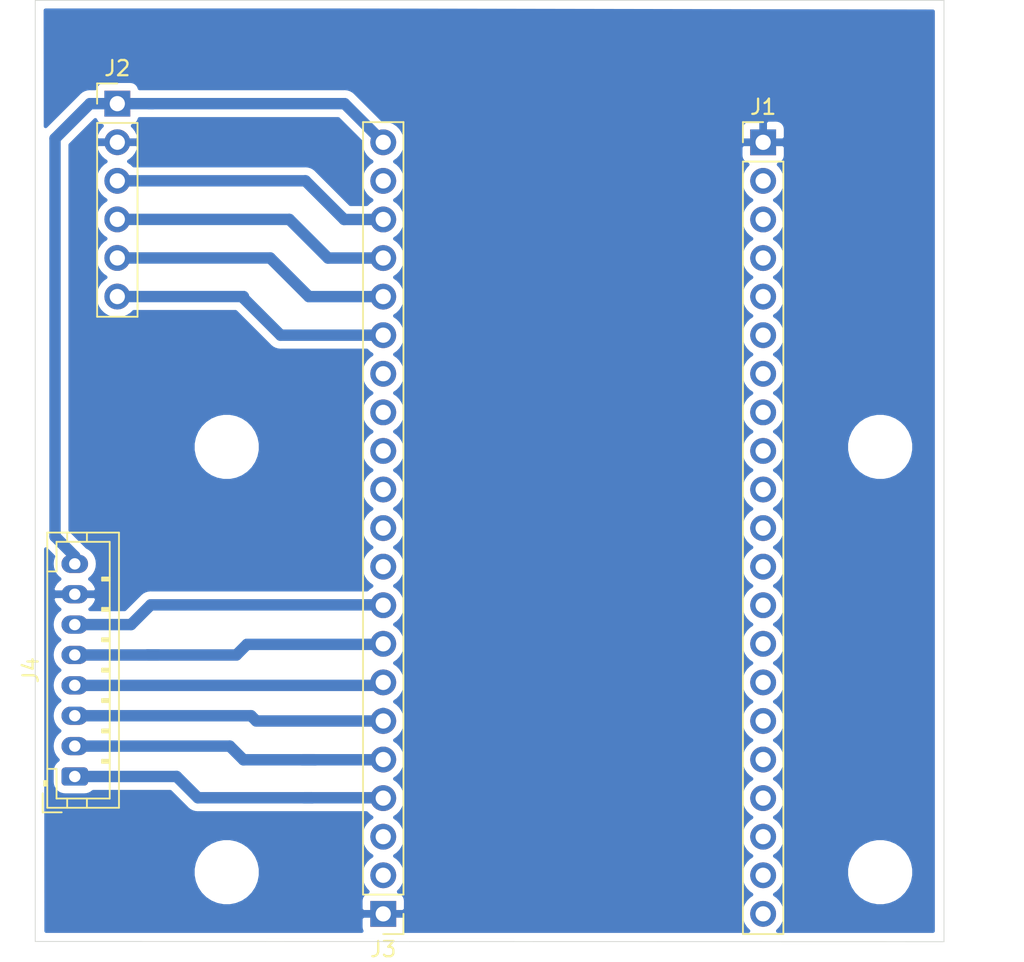
<source format=kicad_pcb>
(kicad_pcb (version 20171130) (host pcbnew 5.1.10-88a1d61d58~89~ubuntu20.04.1)

  (general
    (thickness 1.6)
    (drawings 4)
    (tracks 47)
    (zones 0)
    (modules 8)
    (nets 13)
  )

  (page A4)
  (layers
    (0 F.Cu signal)
    (31 B.Cu signal)
    (32 B.Adhes user)
    (33 F.Adhes user)
    (34 B.Paste user)
    (35 F.Paste user)
    (36 B.SilkS user)
    (37 F.SilkS user)
    (38 B.Mask user)
    (39 F.Mask user)
    (40 Dwgs.User user)
    (41 Cmts.User user)
    (42 Eco1.User user)
    (43 Eco2.User user)
    (44 Edge.Cuts user)
    (45 Margin user)
    (46 B.CrtYd user)
    (47 F.CrtYd user)
    (48 B.Fab user)
    (49 F.Fab user)
  )

  (setup
    (last_trace_width 0.75)
    (user_trace_width 0.75)
    (trace_clearance 0.2)
    (zone_clearance 0.508)
    (zone_45_only no)
    (trace_min 0.2)
    (via_size 0.8)
    (via_drill 0.4)
    (via_min_size 0.4)
    (via_min_drill 0.3)
    (uvia_size 0.3)
    (uvia_drill 0.1)
    (uvias_allowed no)
    (uvia_min_size 0.2)
    (uvia_min_drill 0.1)
    (edge_width 0.05)
    (segment_width 0.2)
    (pcb_text_width 0.3)
    (pcb_text_size 1.5 1.5)
    (mod_edge_width 0.12)
    (mod_text_size 1 1)
    (mod_text_width 0.15)
    (pad_size 1.524 1.524)
    (pad_drill 0.762)
    (pad_to_mask_clearance 0)
    (aux_axis_origin 87.1 123.063)
    (visible_elements FFFFFF7F)
    (pcbplotparams
      (layerselection 0x01000_ffffffff)
      (usegerberextensions false)
      (usegerberattributes true)
      (usegerberadvancedattributes true)
      (creategerberjobfile true)
      (excludeedgelayer true)
      (linewidth 0.100000)
      (plotframeref false)
      (viasonmask false)
      (mode 1)
      (useauxorigin false)
      (hpglpennumber 1)
      (hpglpenspeed 20)
      (hpglpendiameter 15.000000)
      (psnegative false)
      (psa4output false)
      (plotreference false)
      (plotvalue false)
      (plotinvisibletext false)
      (padsonsilk false)
      (subtractmaskfromsilk false)
      (outputformat 4)
      (mirror false)
      (drillshape 0)
      (scaleselection 1)
      (outputdirectory "gerbers/"))
  )

  (net 0 "")
  (net 1 /3v3)
  (net 2 /SDO)
  (net 3 /CSB)
  (net 4 /SDA)
  (net 5 /SCL)
  (net 6 GND)
  (net 7 /MOSI)
  (net 8 /CLK)
  (net 9 /CS)
  (net 10 /DC)
  (net 11 /RST)
  (net 12 /BUSY)

  (net_class Default "This is the default net class."
    (clearance 0.2)
    (trace_width 0.25)
    (via_dia 0.8)
    (via_drill 0.4)
    (uvia_dia 0.3)
    (uvia_drill 0.1)
    (add_net /3v3)
    (add_net /BUSY)
    (add_net /CLK)
    (add_net /CS)
    (add_net /CSB)
    (add_net /DC)
    (add_net /MOSI)
    (add_net /RST)
    (add_net /SCL)
    (add_net /SDA)
    (add_net /SDO)
    (add_net GND)
  )

  (module MountingHole:MountingHole_3.2mm_M3 (layer F.Cu) (tedit 56D1B4CB) (tstamp 60EB4398)
    (at 99.7 90.5)
    (descr "Mounting Hole 3.2mm, no annular, M3")
    (tags "mounting hole 3.2mm no annular m3")
    (attr virtual)
    (fp_text reference " " (at 0 -4.2) (layer F.SilkS)
      (effects (font (size 1 1) (thickness 0.15)))
    )
    (fp_text value MountingHole_3.2mm_M3 (at 0 4.2) (layer F.Fab)
      (effects (font (size 1 1) (thickness 0.15)))
    )
    (fp_text user %R (at 0.3 0) (layer F.Fab)
      (effects (font (size 1 1) (thickness 0.15)))
    )
    (fp_circle (center 0 0) (end 3.2 0) (layer Cmts.User) (width 0.15))
    (fp_circle (center 0 0) (end 3.45 0) (layer F.CrtYd) (width 0.05))
    (pad 1 np_thru_hole circle (at 0 0) (size 3.2 3.2) (drill 3.2) (layers *.Cu *.Mask))
  )

  (module MountingHole:MountingHole_3.2mm_M3 (layer F.Cu) (tedit 56D1B4CB) (tstamp 60EB4263)
    (at 99.7 118.5)
    (descr "Mounting Hole 3.2mm, no annular, M3")
    (tags "mounting hole 3.2mm no annular m3")
    (attr virtual)
    (fp_text reference " " (at 0 -4.2) (layer F.SilkS)
      (effects (font (size 1 1) (thickness 0.15)))
    )
    (fp_text value MountingHole_3.2mm_M3 (at 0 4.2) (layer F.Fab)
      (effects (font (size 1 1) (thickness 0.15)))
    )
    (fp_text user %R (at 0.3 0) (layer F.Fab)
      (effects (font (size 1 1) (thickness 0.15)))
    )
    (fp_circle (center 0 0) (end 3.2 0) (layer Cmts.User) (width 0.15))
    (fp_circle (center 0 0) (end 3.45 0) (layer F.CrtYd) (width 0.05))
    (pad 1 np_thru_hole circle (at 0 0) (size 3.2 3.2) (drill 3.2) (layers *.Cu *.Mask))
  )

  (module MountingHole:MountingHole_3.2mm_M3 (layer F.Cu) (tedit 56D1B4CB) (tstamp 60EB44F4)
    (at 142.7 118.5)
    (descr "Mounting Hole 3.2mm, no annular, M3")
    (tags "mounting hole 3.2mm no annular m3")
    (attr virtual)
    (fp_text reference " " (at 0 -4.2) (layer F.SilkS)
      (effects (font (size 1 1) (thickness 0.15)))
    )
    (fp_text value MountingHole_3.2mm_M3 (at 0 4.2) (layer F.Fab)
      (effects (font (size 1 1) (thickness 0.15)))
    )
    (fp_circle (center 0 0) (end 3.45 0) (layer F.CrtYd) (width 0.05))
    (fp_circle (center 0 0) (end 3.2 0) (layer Cmts.User) (width 0.15))
    (fp_text user %R (at 0.3 0) (layer F.Fab)
      (effects (font (size 1 1) (thickness 0.15)))
    )
    (pad 1 np_thru_hole circle (at 0 0) (size 3.2 3.2) (drill 3.2) (layers *.Cu *.Mask))
  )

  (module MountingHole:MountingHole_3.2mm_M3 (layer F.Cu) (tedit 56D1B4CB) (tstamp 60EB4383)
    (at 142.7 90.5)
    (descr "Mounting Hole 3.2mm, no annular, M3")
    (tags "mounting hole 3.2mm no annular m3")
    (attr virtual)
    (fp_text reference " " (at 0 -4.2) (layer F.SilkS)
      (effects (font (size 1 1) (thickness 0.15)))
    )
    (fp_text value MountingHole_3.2mm_M3 (at 0 4.2) (layer F.Fab)
      (effects (font (size 1 1) (thickness 0.15)))
    )
    (fp_text user %R (at 0.3 0) (layer F.Fab)
      (effects (font (size 1 1) (thickness 0.15)))
    )
    (fp_circle (center 0 0) (end 3.2 0) (layer Cmts.User) (width 0.15))
    (fp_circle (center 0 0) (end 3.45 0) (layer F.CrtYd) (width 0.05))
    (pad 1 np_thru_hole circle (at 0 0) (size 3.2 3.2) (drill 3.2) (layers *.Cu *.Mask))
  )

  (module Connector_JST:JST_PH_B8B-PH-K_1x08_P2.00mm_Vertical (layer F.Cu) (tedit 5B7745C2) (tstamp 60EB3A0C)
    (at 89.7 112.2 90)
    (descr "JST PH series connector, B8B-PH-K (http://www.jst-mfg.com/product/pdf/eng/ePH.pdf), generated with kicad-footprint-generator")
    (tags "connector JST PH side entry")
    (path /60EB76B2)
    (fp_text reference J4 (at 7 -2.9 90) (layer F.SilkS)
      (effects (font (size 1 1) (thickness 0.15)))
    )
    (fp_text value Conn_01x08_Female (at 7 4 90) (layer F.Fab)
      (effects (font (size 1 1) (thickness 0.15)))
    )
    (fp_text user %R (at 7 1.5 90) (layer F.Fab)
      (effects (font (size 1 1) (thickness 0.15)))
    )
    (fp_line (start -2.06 -1.81) (end -2.06 2.91) (layer F.SilkS) (width 0.12))
    (fp_line (start -2.06 2.91) (end 16.06 2.91) (layer F.SilkS) (width 0.12))
    (fp_line (start 16.06 2.91) (end 16.06 -1.81) (layer F.SilkS) (width 0.12))
    (fp_line (start 16.06 -1.81) (end -2.06 -1.81) (layer F.SilkS) (width 0.12))
    (fp_line (start -0.3 -1.81) (end -0.3 -2.01) (layer F.SilkS) (width 0.12))
    (fp_line (start -0.3 -2.01) (end -0.6 -2.01) (layer F.SilkS) (width 0.12))
    (fp_line (start -0.6 -2.01) (end -0.6 -1.81) (layer F.SilkS) (width 0.12))
    (fp_line (start -0.3 -1.91) (end -0.6 -1.91) (layer F.SilkS) (width 0.12))
    (fp_line (start 0.5 -1.81) (end 0.5 -1.2) (layer F.SilkS) (width 0.12))
    (fp_line (start 0.5 -1.2) (end -1.45 -1.2) (layer F.SilkS) (width 0.12))
    (fp_line (start -1.45 -1.2) (end -1.45 2.3) (layer F.SilkS) (width 0.12))
    (fp_line (start -1.45 2.3) (end 15.45 2.3) (layer F.SilkS) (width 0.12))
    (fp_line (start 15.45 2.3) (end 15.45 -1.2) (layer F.SilkS) (width 0.12))
    (fp_line (start 15.45 -1.2) (end 13.5 -1.2) (layer F.SilkS) (width 0.12))
    (fp_line (start 13.5 -1.2) (end 13.5 -1.81) (layer F.SilkS) (width 0.12))
    (fp_line (start -2.06 -0.5) (end -1.45 -0.5) (layer F.SilkS) (width 0.12))
    (fp_line (start -2.06 0.8) (end -1.45 0.8) (layer F.SilkS) (width 0.12))
    (fp_line (start 16.06 -0.5) (end 15.45 -0.5) (layer F.SilkS) (width 0.12))
    (fp_line (start 16.06 0.8) (end 15.45 0.8) (layer F.SilkS) (width 0.12))
    (fp_line (start 0.9 2.3) (end 0.9 1.8) (layer F.SilkS) (width 0.12))
    (fp_line (start 0.9 1.8) (end 1.1 1.8) (layer F.SilkS) (width 0.12))
    (fp_line (start 1.1 1.8) (end 1.1 2.3) (layer F.SilkS) (width 0.12))
    (fp_line (start 1 2.3) (end 1 1.8) (layer F.SilkS) (width 0.12))
    (fp_line (start 2.9 2.3) (end 2.9 1.8) (layer F.SilkS) (width 0.12))
    (fp_line (start 2.9 1.8) (end 3.1 1.8) (layer F.SilkS) (width 0.12))
    (fp_line (start 3.1 1.8) (end 3.1 2.3) (layer F.SilkS) (width 0.12))
    (fp_line (start 3 2.3) (end 3 1.8) (layer F.SilkS) (width 0.12))
    (fp_line (start 4.9 2.3) (end 4.9 1.8) (layer F.SilkS) (width 0.12))
    (fp_line (start 4.9 1.8) (end 5.1 1.8) (layer F.SilkS) (width 0.12))
    (fp_line (start 5.1 1.8) (end 5.1 2.3) (layer F.SilkS) (width 0.12))
    (fp_line (start 5 2.3) (end 5 1.8) (layer F.SilkS) (width 0.12))
    (fp_line (start 6.9 2.3) (end 6.9 1.8) (layer F.SilkS) (width 0.12))
    (fp_line (start 6.9 1.8) (end 7.1 1.8) (layer F.SilkS) (width 0.12))
    (fp_line (start 7.1 1.8) (end 7.1 2.3) (layer F.SilkS) (width 0.12))
    (fp_line (start 7 2.3) (end 7 1.8) (layer F.SilkS) (width 0.12))
    (fp_line (start 8.9 2.3) (end 8.9 1.8) (layer F.SilkS) (width 0.12))
    (fp_line (start 8.9 1.8) (end 9.1 1.8) (layer F.SilkS) (width 0.12))
    (fp_line (start 9.1 1.8) (end 9.1 2.3) (layer F.SilkS) (width 0.12))
    (fp_line (start 9 2.3) (end 9 1.8) (layer F.SilkS) (width 0.12))
    (fp_line (start 10.9 2.3) (end 10.9 1.8) (layer F.SilkS) (width 0.12))
    (fp_line (start 10.9 1.8) (end 11.1 1.8) (layer F.SilkS) (width 0.12))
    (fp_line (start 11.1 1.8) (end 11.1 2.3) (layer F.SilkS) (width 0.12))
    (fp_line (start 11 2.3) (end 11 1.8) (layer F.SilkS) (width 0.12))
    (fp_line (start 12.9 2.3) (end 12.9 1.8) (layer F.SilkS) (width 0.12))
    (fp_line (start 12.9 1.8) (end 13.1 1.8) (layer F.SilkS) (width 0.12))
    (fp_line (start 13.1 1.8) (end 13.1 2.3) (layer F.SilkS) (width 0.12))
    (fp_line (start 13 2.3) (end 13 1.8) (layer F.SilkS) (width 0.12))
    (fp_line (start -1.11 -2.11) (end -2.36 -2.11) (layer F.SilkS) (width 0.12))
    (fp_line (start -2.36 -2.11) (end -2.36 -0.86) (layer F.SilkS) (width 0.12))
    (fp_line (start -1.11 -2.11) (end -2.36 -2.11) (layer F.Fab) (width 0.1))
    (fp_line (start -2.36 -2.11) (end -2.36 -0.86) (layer F.Fab) (width 0.1))
    (fp_line (start -1.95 -1.7) (end -1.95 2.8) (layer F.Fab) (width 0.1))
    (fp_line (start -1.95 2.8) (end 15.95 2.8) (layer F.Fab) (width 0.1))
    (fp_line (start 15.95 2.8) (end 15.95 -1.7) (layer F.Fab) (width 0.1))
    (fp_line (start 15.95 -1.7) (end -1.95 -1.7) (layer F.Fab) (width 0.1))
    (fp_line (start -2.45 -2.2) (end -2.45 3.3) (layer F.CrtYd) (width 0.05))
    (fp_line (start -2.45 3.3) (end 16.45 3.3) (layer F.CrtYd) (width 0.05))
    (fp_line (start 16.45 3.3) (end 16.45 -2.2) (layer F.CrtYd) (width 0.05))
    (fp_line (start 16.45 -2.2) (end -2.45 -2.2) (layer F.CrtYd) (width 0.05))
    (pad 8 thru_hole oval (at 14 0 90) (size 1.2 1.75) (drill 0.75) (layers *.Cu *.Mask)
      (net 1 /3v3))
    (pad 7 thru_hole oval (at 12 0 90) (size 1.2 1.75) (drill 0.75) (layers *.Cu *.Mask)
      (net 6 GND))
    (pad 6 thru_hole oval (at 10 0 90) (size 1.2 1.75) (drill 0.75) (layers *.Cu *.Mask)
      (net 7 /MOSI))
    (pad 5 thru_hole oval (at 8 0 90) (size 1.2 1.75) (drill 0.75) (layers *.Cu *.Mask)
      (net 8 /CLK))
    (pad 4 thru_hole oval (at 6 0 90) (size 1.2 1.75) (drill 0.75) (layers *.Cu *.Mask)
      (net 9 /CS))
    (pad 3 thru_hole oval (at 4 0 90) (size 1.2 1.75) (drill 0.75) (layers *.Cu *.Mask)
      (net 10 /DC))
    (pad 2 thru_hole oval (at 2 0 90) (size 1.2 1.75) (drill 0.75) (layers *.Cu *.Mask)
      (net 11 /RST))
    (pad 1 thru_hole roundrect (at 0 0 90) (size 1.2 1.75) (drill 0.75) (layers *.Cu *.Mask) (roundrect_rratio 0.2083325)
      (net 12 /BUSY))
    (model ${KISYS3DMOD}/Connector_JST.3dshapes/JST_PH_B8B-PH-K_1x08_P2.00mm_Vertical.wrl
      (at (xyz 0 0 0))
      (scale (xyz 1 1 1))
      (rotate (xyz 0 0 0))
    )
  )

  (module Connector_PinHeader_2.54mm:PinHeader_1x21_P2.54mm_Vertical (layer F.Cu) (tedit 59FED5CC) (tstamp 604D1C7A)
    (at 135 70.445)
    (descr "Through hole straight pin header, 1x21, 2.54mm pitch, single row")
    (tags "Through hole pin header THT 1x21 2.54mm single row")
    (path /604CADD6)
    (fp_text reference J1 (at 0 -2.33) (layer F.SilkS)
      (effects (font (size 1 1) (thickness 0.15)))
    )
    (fp_text value Conn_01x21_Female (at 0 53.13) (layer F.Fab)
      (effects (font (size 1 1) (thickness 0.15)))
    )
    (fp_line (start 1.8 -1.8) (end -1.8 -1.8) (layer F.CrtYd) (width 0.05))
    (fp_line (start 1.8 52.6) (end 1.8 -1.8) (layer F.CrtYd) (width 0.05))
    (fp_line (start -1.8 52.6) (end 1.8 52.6) (layer F.CrtYd) (width 0.05))
    (fp_line (start -1.8 -1.8) (end -1.8 52.6) (layer F.CrtYd) (width 0.05))
    (fp_line (start -1.33 -1.33) (end 0 -1.33) (layer F.SilkS) (width 0.12))
    (fp_line (start -1.33 0) (end -1.33 -1.33) (layer F.SilkS) (width 0.12))
    (fp_line (start -1.33 1.27) (end 1.33 1.27) (layer F.SilkS) (width 0.12))
    (fp_line (start 1.33 1.27) (end 1.33 52.13) (layer F.SilkS) (width 0.12))
    (fp_line (start -1.33 1.27) (end -1.33 52.13) (layer F.SilkS) (width 0.12))
    (fp_line (start -1.33 52.13) (end 1.33 52.13) (layer F.SilkS) (width 0.12))
    (fp_line (start -1.27 -0.635) (end -0.635 -1.27) (layer F.Fab) (width 0.1))
    (fp_line (start -1.27 52.07) (end -1.27 -0.635) (layer F.Fab) (width 0.1))
    (fp_line (start 1.27 52.07) (end -1.27 52.07) (layer F.Fab) (width 0.1))
    (fp_line (start 1.27 -1.27) (end 1.27 52.07) (layer F.Fab) (width 0.1))
    (fp_line (start -0.635 -1.27) (end 1.27 -1.27) (layer F.Fab) (width 0.1))
    (fp_text user %R (at 0 25.4 90) (layer F.Fab)
      (effects (font (size 1 1) (thickness 0.15)))
    )
    (pad 1 thru_hole rect (at 0 0) (size 1.7 1.7) (drill 1) (layers *.Cu *.Mask)
      (net 6 GND))
    (pad 2 thru_hole oval (at 0 2.54) (size 1.7 1.7) (drill 1) (layers *.Cu *.Mask))
    (pad 3 thru_hole oval (at 0 5.08) (size 1.7 1.7) (drill 1) (layers *.Cu *.Mask))
    (pad 4 thru_hole oval (at 0 7.62) (size 1.7 1.7) (drill 1) (layers *.Cu *.Mask))
    (pad 5 thru_hole oval (at 0 10.16) (size 1.7 1.7) (drill 1) (layers *.Cu *.Mask))
    (pad 6 thru_hole oval (at 0 12.7) (size 1.7 1.7) (drill 1) (layers *.Cu *.Mask))
    (pad 7 thru_hole oval (at 0 15.24) (size 1.7 1.7) (drill 1) (layers *.Cu *.Mask))
    (pad 8 thru_hole oval (at 0 17.78) (size 1.7 1.7) (drill 1) (layers *.Cu *.Mask))
    (pad 9 thru_hole oval (at 0 20.32) (size 1.7 1.7) (drill 1) (layers *.Cu *.Mask))
    (pad 10 thru_hole oval (at 0 22.86) (size 1.7 1.7) (drill 1) (layers *.Cu *.Mask))
    (pad 11 thru_hole oval (at 0 25.4) (size 1.7 1.7) (drill 1) (layers *.Cu *.Mask))
    (pad 12 thru_hole oval (at 0 27.94) (size 1.7 1.7) (drill 1) (layers *.Cu *.Mask))
    (pad 13 thru_hole oval (at 0 30.48) (size 1.7 1.7) (drill 1) (layers *.Cu *.Mask))
    (pad 14 thru_hole oval (at 0 33.02) (size 1.7 1.7) (drill 1) (layers *.Cu *.Mask))
    (pad 15 thru_hole oval (at 0 35.56) (size 1.7 1.7) (drill 1) (layers *.Cu *.Mask))
    (pad 16 thru_hole oval (at 0 38.1) (size 1.7 1.7) (drill 1) (layers *.Cu *.Mask))
    (pad 17 thru_hole oval (at 0 40.64) (size 1.7 1.7) (drill 1) (layers *.Cu *.Mask))
    (pad 18 thru_hole oval (at 0 43.18) (size 1.7 1.7) (drill 1) (layers *.Cu *.Mask))
    (pad 19 thru_hole oval (at 0 45.72) (size 1.7 1.7) (drill 1) (layers *.Cu *.Mask))
    (pad 20 thru_hole oval (at 0 48.26) (size 1.7 1.7) (drill 1) (layers *.Cu *.Mask))
    (pad 21 thru_hole oval (at 0 50.8) (size 1.7 1.7) (drill 1) (layers *.Cu *.Mask))
    (model ${KISYS3DMOD}/Connector_PinHeader_2.54mm.3dshapes/PinHeader_1x21_P2.54mm_Vertical.wrl
      (at (xyz 0 0 0))
      (scale (xyz 1 1 1))
      (rotate (xyz 0 0 0))
    )
  )

  (module Connector_PinHeader_2.54mm:PinHeader_1x06_P2.54mm_Vertical (layer F.Cu) (tedit 59FED5CC) (tstamp 604D10C9)
    (at 92.5 67.9)
    (descr "Through hole straight pin header, 1x06, 2.54mm pitch, single row")
    (tags "Through hole pin header THT 1x06 2.54mm single row")
    (path /604D4A59)
    (fp_text reference J2 (at 0 -2.33) (layer F.SilkS)
      (effects (font (size 1 1) (thickness 0.15)))
    )
    (fp_text value Conn_01x06_Female (at 0 15.03) (layer F.Fab)
      (effects (font (size 1 1) (thickness 0.15)))
    )
    (fp_line (start 1.8 -1.8) (end -1.8 -1.8) (layer F.CrtYd) (width 0.05))
    (fp_line (start 1.8 14.5) (end 1.8 -1.8) (layer F.CrtYd) (width 0.05))
    (fp_line (start -1.8 14.5) (end 1.8 14.5) (layer F.CrtYd) (width 0.05))
    (fp_line (start -1.8 -1.8) (end -1.8 14.5) (layer F.CrtYd) (width 0.05))
    (fp_line (start -1.33 -1.33) (end 0 -1.33) (layer F.SilkS) (width 0.12))
    (fp_line (start -1.33 0) (end -1.33 -1.33) (layer F.SilkS) (width 0.12))
    (fp_line (start -1.33 1.27) (end 1.33 1.27) (layer F.SilkS) (width 0.12))
    (fp_line (start 1.33 1.27) (end 1.33 14.03) (layer F.SilkS) (width 0.12))
    (fp_line (start -1.33 1.27) (end -1.33 14.03) (layer F.SilkS) (width 0.12))
    (fp_line (start -1.33 14.03) (end 1.33 14.03) (layer F.SilkS) (width 0.12))
    (fp_line (start -1.27 -0.635) (end -0.635 -1.27) (layer F.Fab) (width 0.1))
    (fp_line (start -1.27 13.97) (end -1.27 -0.635) (layer F.Fab) (width 0.1))
    (fp_line (start 1.27 13.97) (end -1.27 13.97) (layer F.Fab) (width 0.1))
    (fp_line (start 1.27 -1.27) (end 1.27 13.97) (layer F.Fab) (width 0.1))
    (fp_line (start -0.635 -1.27) (end 1.27 -1.27) (layer F.Fab) (width 0.1))
    (fp_text user %R (at 0 6.35 90) (layer F.Fab)
      (effects (font (size 1 1) (thickness 0.15)))
    )
    (pad 1 thru_hole rect (at 0 0) (size 1.7 1.7) (drill 1) (layers *.Cu *.Mask)
      (net 1 /3v3))
    (pad 2 thru_hole oval (at 0 2.54) (size 1.7 1.7) (drill 1) (layers *.Cu *.Mask)
      (net 6 GND))
    (pad 3 thru_hole oval (at 0 5.08) (size 1.7 1.7) (drill 1) (layers *.Cu *.Mask)
      (net 2 /SDO))
    (pad 4 thru_hole oval (at 0 7.62) (size 1.7 1.7) (drill 1) (layers *.Cu *.Mask)
      (net 3 /CSB))
    (pad 5 thru_hole oval (at 0 10.16) (size 1.7 1.7) (drill 1) (layers *.Cu *.Mask)
      (net 4 /SDA))
    (pad 6 thru_hole oval (at 0 12.7) (size 1.7 1.7) (drill 1) (layers *.Cu *.Mask)
      (net 5 /SCL))
    (model ${KISYS3DMOD}/Connector_PinHeader_2.54mm.3dshapes/PinHeader_1x06_P2.54mm_Vertical.wrl
      (at (xyz 0 0 0))
      (scale (xyz 1 1 1))
      (rotate (xyz 0 0 0))
    )
  )

  (module Connector_PinHeader_2.54mm:PinHeader_1x21_P2.54mm_Vertical (layer F.Cu) (tedit 59FED5CC) (tstamp 60ED89EE)
    (at 110 121.245 180)
    (descr "Through hole straight pin header, 1x21, 2.54mm pitch, single row")
    (tags "Through hole pin header THT 1x21 2.54mm single row")
    (path /604CC464)
    (fp_text reference J3 (at 0 -2.33) (layer F.SilkS)
      (effects (font (size 1 1) (thickness 0.15)))
    )
    (fp_text value Conn_01x21_Female (at 0 53.13) (layer F.Fab)
      (effects (font (size 1 1) (thickness 0.15)))
    )
    (fp_line (start -0.635 -1.27) (end 1.27 -1.27) (layer F.Fab) (width 0.1))
    (fp_line (start 1.27 -1.27) (end 1.27 52.07) (layer F.Fab) (width 0.1))
    (fp_line (start 1.27 52.07) (end -1.27 52.07) (layer F.Fab) (width 0.1))
    (fp_line (start -1.27 52.07) (end -1.27 -0.635) (layer F.Fab) (width 0.1))
    (fp_line (start -1.27 -0.635) (end -0.635 -1.27) (layer F.Fab) (width 0.1))
    (fp_line (start -1.33 52.13) (end 1.33 52.13) (layer F.SilkS) (width 0.12))
    (fp_line (start -1.33 1.27) (end -1.33 52.13) (layer F.SilkS) (width 0.12))
    (fp_line (start 1.33 1.27) (end 1.33 52.13) (layer F.SilkS) (width 0.12))
    (fp_line (start -1.33 1.27) (end 1.33 1.27) (layer F.SilkS) (width 0.12))
    (fp_line (start -1.33 0) (end -1.33 -1.33) (layer F.SilkS) (width 0.12))
    (fp_line (start -1.33 -1.33) (end 0 -1.33) (layer F.SilkS) (width 0.12))
    (fp_line (start -1.8 -1.8) (end -1.8 52.6) (layer F.CrtYd) (width 0.05))
    (fp_line (start -1.8 52.6) (end 1.8 52.6) (layer F.CrtYd) (width 0.05))
    (fp_line (start 1.8 52.6) (end 1.8 -1.8) (layer F.CrtYd) (width 0.05))
    (fp_line (start 1.8 -1.8) (end -1.8 -1.8) (layer F.CrtYd) (width 0.05))
    (fp_text user %R (at 0 25.4 90) (layer F.Fab)
      (effects (font (size 1 1) (thickness 0.15)))
    )
    (pad 21 thru_hole oval (at 0 50.8 180) (size 1.7 1.7) (drill 1) (layers *.Cu *.Mask)
      (net 1 /3v3))
    (pad 20 thru_hole oval (at 0 48.26 180) (size 1.7 1.7) (drill 1) (layers *.Cu *.Mask))
    (pad 19 thru_hole oval (at 0 45.72 180) (size 1.7 1.7) (drill 1) (layers *.Cu *.Mask)
      (net 2 /SDO))
    (pad 18 thru_hole oval (at 0 43.18 180) (size 1.7 1.7) (drill 1) (layers *.Cu *.Mask)
      (net 3 /CSB))
    (pad 17 thru_hole oval (at 0 40.64 180) (size 1.7 1.7) (drill 1) (layers *.Cu *.Mask)
      (net 4 /SDA))
    (pad 16 thru_hole oval (at 0 38.1 180) (size 1.7 1.7) (drill 1) (layers *.Cu *.Mask)
      (net 5 /SCL))
    (pad 15 thru_hole oval (at 0 35.56 180) (size 1.7 1.7) (drill 1) (layers *.Cu *.Mask))
    (pad 14 thru_hole oval (at 0 33.02 180) (size 1.7 1.7) (drill 1) (layers *.Cu *.Mask))
    (pad 13 thru_hole oval (at 0 30.48 180) (size 1.7 1.7) (drill 1) (layers *.Cu *.Mask))
    (pad 12 thru_hole oval (at 0 27.94 180) (size 1.7 1.7) (drill 1) (layers *.Cu *.Mask))
    (pad 11 thru_hole oval (at 0 25.4 180) (size 1.7 1.7) (drill 1) (layers *.Cu *.Mask))
    (pad 10 thru_hole oval (at 0 22.86 180) (size 1.7 1.7) (drill 1) (layers *.Cu *.Mask))
    (pad 9 thru_hole oval (at 0 20.32 180) (size 1.7 1.7) (drill 1) (layers *.Cu *.Mask)
      (net 7 /MOSI))
    (pad 8 thru_hole oval (at 0 17.78 180) (size 1.7 1.7) (drill 1) (layers *.Cu *.Mask)
      (net 8 /CLK))
    (pad 7 thru_hole oval (at 0 15.24 180) (size 1.7 1.7) (drill 1) (layers *.Cu *.Mask)
      (net 9 /CS))
    (pad 6 thru_hole oval (at 0 12.7 180) (size 1.7 1.7) (drill 1) (layers *.Cu *.Mask)
      (net 10 /DC))
    (pad 5 thru_hole oval (at 0 10.16 180) (size 1.7 1.7) (drill 1) (layers *.Cu *.Mask)
      (net 11 /RST))
    (pad 4 thru_hole oval (at 0 7.62 180) (size 1.7 1.7) (drill 1) (layers *.Cu *.Mask)
      (net 12 /BUSY))
    (pad 3 thru_hole oval (at 0 5.08 180) (size 1.7 1.7) (drill 1) (layers *.Cu *.Mask))
    (pad 2 thru_hole oval (at 0 2.54 180) (size 1.7 1.7) (drill 1) (layers *.Cu *.Mask))
    (pad 1 thru_hole rect (at 0 0 180) (size 1.7 1.7) (drill 1) (layers *.Cu *.Mask)
      (net 6 GND))
    (model ${KISYS3DMOD}/Connector_PinHeader_2.54mm.3dshapes/PinHeader_1x21_P2.54mm_Vertical.wrl
      (at (xyz 0 0 0))
      (scale (xyz 1 1 1))
      (rotate (xyz 0 0 0))
    )
  )

  (gr_line (start 87.1 123.063) (end 146.9 123.079) (layer Edge.Cuts) (width 0.05) (tstamp 60EB4523))
  (gr_line (start 146.9 61.1) (end 87.1 61.1) (layer Edge.Cuts) (width 0.05))
  (gr_line (start 87.1 61.1) (end 87.1 123.063) (layer Edge.Cuts) (width 0.05) (tstamp 60EB455D))
  (gr_line (start 146.9 123.079) (end 146.9 61.1) (layer Edge.Cuts) (width 0.05) (tstamp 60EB3D8F))

  (segment (start 92.5 67.9) (end 94.8 67.9) (width 0.75) (layer B.Cu) (net 1))
  (segment (start 94.8 67.9) (end 94.6 67.9) (width 0.75) (layer B.Cu) (net 1))
  (segment (start 107.455 67.9) (end 110 70.445) (width 0.75) (layer B.Cu) (net 1))
  (segment (start 94.8 67.9) (end 107.455 67.9) (width 0.75) (layer B.Cu) (net 1))
  (segment (start 88.4 70.2) (end 88.4 96.4) (width 0.75) (layer B.Cu) (net 1))
  (segment (start 90.7 67.9) (end 88.4 70.2) (width 0.75) (layer B.Cu) (net 1))
  (segment (start 92.5 67.9) (end 90.7 67.9) (width 0.75) (layer B.Cu) (net 1))
  (segment (start 89.7 97.7) (end 88.4 96.4) (width 0.75) (layer B.Cu) (net 1))
  (segment (start 89.7 98.2) (end 89.7 97.7) (width 0.75) (layer B.Cu) (net 1))
  (segment (start 107.425 75.525) (end 110 75.525) (width 0.75) (layer B.Cu) (net 2))
  (segment (start 104.88 72.98) (end 107.425 75.525) (width 0.75) (layer B.Cu) (net 2))
  (segment (start 92.5 72.98) (end 104.88 72.98) (width 0.75) (layer B.Cu) (net 2))
  (segment (start 106.365 78.065) (end 110 78.065) (width 0.75) (layer B.Cu) (net 3))
  (segment (start 103.82 75.52) (end 106.365 78.065) (width 0.75) (layer B.Cu) (net 3))
  (segment (start 92.5 75.52) (end 103.82 75.52) (width 0.75) (layer B.Cu) (net 3))
  (segment (start 105.105 80.605) (end 110 80.605) (width 0.75) (layer B.Cu) (net 4))
  (segment (start 102.56 78.06) (end 105.105 80.605) (width 0.75) (layer B.Cu) (net 4))
  (segment (start 92.5 78.06) (end 102.56 78.06) (width 0.75) (layer B.Cu) (net 4))
  (segment (start 92.5 80.6) (end 100.8 80.6) (width 0.75) (layer B.Cu) (net 5))
  (segment (start 100.8 80.6) (end 100.8 80.7) (width 0.75) (layer B.Cu) (net 5))
  (segment (start 103.245 83.145) (end 110 83.145) (width 0.75) (layer B.Cu) (net 5))
  (segment (start 100.8 80.7) (end 103.245 83.145) (width 0.75) (layer B.Cu) (net 5))
  (segment (start 109.935 100.9) (end 110 100.965) (width 0.75) (layer B.Cu) (net 7))
  (segment (start 93.4 102.2) (end 90.2 102.2) (width 0.75) (layer B.Cu) (net 7))
  (segment (start 94.7 100.9) (end 93.4 102.2) (width 0.75) (layer B.Cu) (net 7))
  (segment (start 110 100.9) (end 94.7 100.9) (width 0.75) (layer B.Cu) (net 7))
  (segment (start 90.2 104.2) (end 94.5 104.2) (width 0.75) (layer B.Cu) (net 8))
  (segment (start 94.5 104.2) (end 95.2 104.2) (width 0.75) (layer B.Cu) (net 8))
  (segment (start 101.035 103.5) (end 110 103.5) (width 0.75) (layer B.Cu) (net 8))
  (segment (start 100.335 104.2) (end 101.035 103.5) (width 0.75) (layer B.Cu) (net 8))
  (segment (start 94.5 104.2) (end 100.335 104.2) (width 0.75) (layer B.Cu) (net 8))
  (segment (start 109.805 106.2) (end 110 106.005) (width 0.75) (layer B.Cu) (net 9))
  (segment (start 90.2 106.2) (end 109.805 106.2) (width 0.75) (layer B.Cu) (net 9))
  (segment (start 109.845 108.2) (end 110 108.045) (width 0.75) (layer B.Cu) (net 10))
  (segment (start 90.2 108.2) (end 101.3 108.2) (width 0.75) (layer B.Cu) (net 10))
  (segment (start 101.645 108.545) (end 110 108.545) (width 0.75) (layer B.Cu) (net 10))
  (segment (start 101.3 108.2) (end 101.645 108.545) (width 0.75) (layer B.Cu) (net 10))
  (segment (start 90.2 110.2) (end 99.9 110.2) (width 0.75) (layer B.Cu) (net 11))
  (segment (start 100.8 111.1) (end 105.5 111.1) (width 0.75) (layer B.Cu) (net 11))
  (segment (start 99.9 110.2) (end 100.8 111.1) (width 0.75) (layer B.Cu) (net 11))
  (segment (start 105.5 111.1) (end 110 111.1) (width 0.75) (layer B.Cu) (net 11))
  (segment (start 104.685 111.1) (end 105.5 111.1) (width 0.75) (layer B.Cu) (net 11))
  (segment (start 90.2 112.2) (end 96.4 112.2) (width 0.75) (layer B.Cu) (net 12))
  (segment (start 97.8 113.6) (end 105.3 113.6) (width 0.75) (layer B.Cu) (net 12))
  (segment (start 96.4 112.2) (end 97.8 113.6) (width 0.75) (layer B.Cu) (net 12))
  (segment (start 105.3 113.6) (end 109.975 113.6) (width 0.75) (layer B.Cu) (net 12))
  (segment (start 104.8 113.6) (end 105.3 113.6) (width 0.75) (layer B.Cu) (net 12))

  (zone (net 6) (net_name GND) (layer B.Cu) (tstamp 60EB48EE) (hatch edge 0.508)
    (connect_pads (clearance 0.508))
    (min_thickness 0.254)
    (fill yes (arc_segments 32) (thermal_gap 0.508) (thermal_bridge_width 0.508))
    (polygon
      (pts
        (xy 146.3 122.5) (xy 87.7 122.5) (xy 87.65 61.6) (xy 146.3 61.7)
      )
    )
    (filled_polygon
      (pts
        (xy 146.173 61.826784) (xy 146.173 122.373) (xy 135.972107 122.373) (xy 136.153475 122.191632) (xy 136.31599 121.948411)
        (xy 136.427932 121.678158) (xy 136.485 121.39126) (xy 136.485 121.09874) (xy 136.427932 120.811842) (xy 136.31599 120.541589)
        (xy 136.153475 120.298368) (xy 135.946632 120.091525) (xy 135.77224 119.975) (xy 135.946632 119.858475) (xy 136.153475 119.651632)
        (xy 136.31599 119.408411) (xy 136.427932 119.138158) (xy 136.485 118.85126) (xy 136.485 118.55874) (xy 136.42953 118.279872)
        (xy 140.465 118.279872) (xy 140.465 118.720128) (xy 140.55089 119.151925) (xy 140.719369 119.558669) (xy 140.963962 119.924729)
        (xy 141.275271 120.236038) (xy 141.641331 120.480631) (xy 142.048075 120.64911) (xy 142.479872 120.735) (xy 142.920128 120.735)
        (xy 143.351925 120.64911) (xy 143.758669 120.480631) (xy 144.124729 120.236038) (xy 144.436038 119.924729) (xy 144.680631 119.558669)
        (xy 144.84911 119.151925) (xy 144.935 118.720128) (xy 144.935 118.279872) (xy 144.84911 117.848075) (xy 144.680631 117.441331)
        (xy 144.436038 117.075271) (xy 144.124729 116.763962) (xy 143.758669 116.519369) (xy 143.351925 116.35089) (xy 142.920128 116.265)
        (xy 142.479872 116.265) (xy 142.048075 116.35089) (xy 141.641331 116.519369) (xy 141.275271 116.763962) (xy 140.963962 117.075271)
        (xy 140.719369 117.441331) (xy 140.55089 117.848075) (xy 140.465 118.279872) (xy 136.42953 118.279872) (xy 136.427932 118.271842)
        (xy 136.31599 118.001589) (xy 136.153475 117.758368) (xy 135.946632 117.551525) (xy 135.77224 117.435) (xy 135.946632 117.318475)
        (xy 136.153475 117.111632) (xy 136.31599 116.868411) (xy 136.427932 116.598158) (xy 136.485 116.31126) (xy 136.485 116.01874)
        (xy 136.427932 115.731842) (xy 136.31599 115.461589) (xy 136.153475 115.218368) (xy 135.946632 115.011525) (xy 135.77224 114.895)
        (xy 135.946632 114.778475) (xy 136.153475 114.571632) (xy 136.31599 114.328411) (xy 136.427932 114.058158) (xy 136.485 113.77126)
        (xy 136.485 113.47874) (xy 136.427932 113.191842) (xy 136.31599 112.921589) (xy 136.153475 112.678368) (xy 135.946632 112.471525)
        (xy 135.77224 112.355) (xy 135.946632 112.238475) (xy 136.153475 112.031632) (xy 136.31599 111.788411) (xy 136.427932 111.518158)
        (xy 136.485 111.23126) (xy 136.485 110.93874) (xy 136.427932 110.651842) (xy 136.31599 110.381589) (xy 136.153475 110.138368)
        (xy 135.946632 109.931525) (xy 135.77224 109.815) (xy 135.946632 109.698475) (xy 136.153475 109.491632) (xy 136.31599 109.248411)
        (xy 136.427932 108.978158) (xy 136.485 108.69126) (xy 136.485 108.39874) (xy 136.427932 108.111842) (xy 136.31599 107.841589)
        (xy 136.153475 107.598368) (xy 135.946632 107.391525) (xy 135.77224 107.275) (xy 135.946632 107.158475) (xy 136.153475 106.951632)
        (xy 136.31599 106.708411) (xy 136.427932 106.438158) (xy 136.485 106.15126) (xy 136.485 105.85874) (xy 136.427932 105.571842)
        (xy 136.31599 105.301589) (xy 136.153475 105.058368) (xy 135.946632 104.851525) (xy 135.77224 104.735) (xy 135.946632 104.618475)
        (xy 136.153475 104.411632) (xy 136.31599 104.168411) (xy 136.427932 103.898158) (xy 136.485 103.61126) (xy 136.485 103.31874)
        (xy 136.427932 103.031842) (xy 136.31599 102.761589) (xy 136.153475 102.518368) (xy 135.946632 102.311525) (xy 135.77224 102.195)
        (xy 135.946632 102.078475) (xy 136.153475 101.871632) (xy 136.31599 101.628411) (xy 136.427932 101.358158) (xy 136.485 101.07126)
        (xy 136.485 100.77874) (xy 136.427932 100.491842) (xy 136.31599 100.221589) (xy 136.153475 99.978368) (xy 135.946632 99.771525)
        (xy 135.77224 99.655) (xy 135.946632 99.538475) (xy 136.153475 99.331632) (xy 136.31599 99.088411) (xy 136.427932 98.818158)
        (xy 136.485 98.53126) (xy 136.485 98.23874) (xy 136.427932 97.951842) (xy 136.31599 97.681589) (xy 136.153475 97.438368)
        (xy 135.946632 97.231525) (xy 135.77224 97.115) (xy 135.946632 96.998475) (xy 136.153475 96.791632) (xy 136.31599 96.548411)
        (xy 136.427932 96.278158) (xy 136.485 95.99126) (xy 136.485 95.69874) (xy 136.427932 95.411842) (xy 136.31599 95.141589)
        (xy 136.153475 94.898368) (xy 135.946632 94.691525) (xy 135.77224 94.575) (xy 135.946632 94.458475) (xy 136.153475 94.251632)
        (xy 136.31599 94.008411) (xy 136.427932 93.738158) (xy 136.485 93.45126) (xy 136.485 93.15874) (xy 136.427932 92.871842)
        (xy 136.31599 92.601589) (xy 136.153475 92.358368) (xy 135.946632 92.151525) (xy 135.77224 92.035) (xy 135.946632 91.918475)
        (xy 136.153475 91.711632) (xy 136.31599 91.468411) (xy 136.427932 91.198158) (xy 136.485 90.91126) (xy 136.485 90.61874)
        (xy 136.427932 90.331842) (xy 136.406406 90.279872) (xy 140.465 90.279872) (xy 140.465 90.720128) (xy 140.55089 91.151925)
        (xy 140.719369 91.558669) (xy 140.963962 91.924729) (xy 141.275271 92.236038) (xy 141.641331 92.480631) (xy 142.048075 92.64911)
        (xy 142.479872 92.735) (xy 142.920128 92.735) (xy 143.351925 92.64911) (xy 143.758669 92.480631) (xy 144.124729 92.236038)
        (xy 144.436038 91.924729) (xy 144.680631 91.558669) (xy 144.84911 91.151925) (xy 144.935 90.720128) (xy 144.935 90.279872)
        (xy 144.84911 89.848075) (xy 144.680631 89.441331) (xy 144.436038 89.075271) (xy 144.124729 88.763962) (xy 143.758669 88.519369)
        (xy 143.351925 88.35089) (xy 142.920128 88.265) (xy 142.479872 88.265) (xy 142.048075 88.35089) (xy 141.641331 88.519369)
        (xy 141.275271 88.763962) (xy 140.963962 89.075271) (xy 140.719369 89.441331) (xy 140.55089 89.848075) (xy 140.465 90.279872)
        (xy 136.406406 90.279872) (xy 136.31599 90.061589) (xy 136.153475 89.818368) (xy 135.946632 89.611525) (xy 135.77224 89.495)
        (xy 135.946632 89.378475) (xy 136.153475 89.171632) (xy 136.31599 88.928411) (xy 136.427932 88.658158) (xy 136.485 88.37126)
        (xy 136.485 88.07874) (xy 136.427932 87.791842) (xy 136.31599 87.521589) (xy 136.153475 87.278368) (xy 135.946632 87.071525)
        (xy 135.77224 86.955) (xy 135.946632 86.838475) (xy 136.153475 86.631632) (xy 136.31599 86.388411) (xy 136.427932 86.118158)
        (xy 136.485 85.83126) (xy 136.485 85.53874) (xy 136.427932 85.251842) (xy 136.31599 84.981589) (xy 136.153475 84.738368)
        (xy 135.946632 84.531525) (xy 135.77224 84.415) (xy 135.946632 84.298475) (xy 136.153475 84.091632) (xy 136.31599 83.848411)
        (xy 136.427932 83.578158) (xy 136.485 83.29126) (xy 136.485 82.99874) (xy 136.427932 82.711842) (xy 136.31599 82.441589)
        (xy 136.153475 82.198368) (xy 135.946632 81.991525) (xy 135.77224 81.875) (xy 135.946632 81.758475) (xy 136.153475 81.551632)
        (xy 136.31599 81.308411) (xy 136.427932 81.038158) (xy 136.485 80.75126) (xy 136.485 80.45874) (xy 136.427932 80.171842)
        (xy 136.31599 79.901589) (xy 136.153475 79.658368) (xy 135.946632 79.451525) (xy 135.77224 79.335) (xy 135.946632 79.218475)
        (xy 136.153475 79.011632) (xy 136.31599 78.768411) (xy 136.427932 78.498158) (xy 136.485 78.21126) (xy 136.485 77.91874)
        (xy 136.427932 77.631842) (xy 136.31599 77.361589) (xy 136.153475 77.118368) (xy 135.946632 76.911525) (xy 135.77224 76.795)
        (xy 135.946632 76.678475) (xy 136.153475 76.471632) (xy 136.31599 76.228411) (xy 136.427932 75.958158) (xy 136.485 75.67126)
        (xy 136.485 75.37874) (xy 136.427932 75.091842) (xy 136.31599 74.821589) (xy 136.153475 74.578368) (xy 135.946632 74.371525)
        (xy 135.77224 74.255) (xy 135.946632 74.138475) (xy 136.153475 73.931632) (xy 136.31599 73.688411) (xy 136.427932 73.418158)
        (xy 136.485 73.13126) (xy 136.485 72.83874) (xy 136.427932 72.551842) (xy 136.31599 72.281589) (xy 136.153475 72.038368)
        (xy 136.02162 71.906513) (xy 136.09418 71.884502) (xy 136.204494 71.825537) (xy 136.301185 71.746185) (xy 136.380537 71.649494)
        (xy 136.439502 71.53918) (xy 136.475812 71.419482) (xy 136.488072 71.295) (xy 136.485 70.73075) (xy 136.32625 70.572)
        (xy 135.127 70.572) (xy 135.127 70.592) (xy 134.873 70.592) (xy 134.873 70.572) (xy 133.67375 70.572)
        (xy 133.515 70.73075) (xy 133.511928 71.295) (xy 133.524188 71.419482) (xy 133.560498 71.53918) (xy 133.619463 71.649494)
        (xy 133.698815 71.746185) (xy 133.795506 71.825537) (xy 133.90582 71.884502) (xy 133.97838 71.906513) (xy 133.846525 72.038368)
        (xy 133.68401 72.281589) (xy 133.572068 72.551842) (xy 133.515 72.83874) (xy 133.515 73.13126) (xy 133.572068 73.418158)
        (xy 133.68401 73.688411) (xy 133.846525 73.931632) (xy 134.053368 74.138475) (xy 134.22776 74.255) (xy 134.053368 74.371525)
        (xy 133.846525 74.578368) (xy 133.68401 74.821589) (xy 133.572068 75.091842) (xy 133.515 75.37874) (xy 133.515 75.67126)
        (xy 133.572068 75.958158) (xy 133.68401 76.228411) (xy 133.846525 76.471632) (xy 134.053368 76.678475) (xy 134.22776 76.795)
        (xy 134.053368 76.911525) (xy 133.846525 77.118368) (xy 133.68401 77.361589) (xy 133.572068 77.631842) (xy 133.515 77.91874)
        (xy 133.515 78.21126) (xy 133.572068 78.498158) (xy 133.68401 78.768411) (xy 133.846525 79.011632) (xy 134.053368 79.218475)
        (xy 134.22776 79.335) (xy 134.053368 79.451525) (xy 133.846525 79.658368) (xy 133.68401 79.901589) (xy 133.572068 80.171842)
        (xy 133.515 80.45874) (xy 133.515 80.75126) (xy 133.572068 81.038158) (xy 133.68401 81.308411) (xy 133.846525 81.551632)
        (xy 134.053368 81.758475) (xy 134.22776 81.875) (xy 134.053368 81.991525) (xy 133.846525 82.198368) (xy 133.68401 82.441589)
        (xy 133.572068 82.711842) (xy 133.515 82.99874) (xy 133.515 83.29126) (xy 133.572068 83.578158) (xy 133.68401 83.848411)
        (xy 133.846525 84.091632) (xy 134.053368 84.298475) (xy 134.22776 84.415) (xy 134.053368 84.531525) (xy 133.846525 84.738368)
        (xy 133.68401 84.981589) (xy 133.572068 85.251842) (xy 133.515 85.53874) (xy 133.515 85.83126) (xy 133.572068 86.118158)
        (xy 133.68401 86.388411) (xy 133.846525 86.631632) (xy 134.053368 86.838475) (xy 134.22776 86.955) (xy 134.053368 87.071525)
        (xy 133.846525 87.278368) (xy 133.68401 87.521589) (xy 133.572068 87.791842) (xy 133.515 88.07874) (xy 133.515 88.37126)
        (xy 133.572068 88.658158) (xy 133.68401 88.928411) (xy 133.846525 89.171632) (xy 134.053368 89.378475) (xy 134.22776 89.495)
        (xy 134.053368 89.611525) (xy 133.846525 89.818368) (xy 133.68401 90.061589) (xy 133.572068 90.331842) (xy 133.515 90.61874)
        (xy 133.515 90.91126) (xy 133.572068 91.198158) (xy 133.68401 91.468411) (xy 133.846525 91.711632) (xy 134.053368 91.918475)
        (xy 134.22776 92.035) (xy 134.053368 92.151525) (xy 133.846525 92.358368) (xy 133.68401 92.601589) (xy 133.572068 92.871842)
        (xy 133.515 93.15874) (xy 133.515 93.45126) (xy 133.572068 93.738158) (xy 133.68401 94.008411) (xy 133.846525 94.251632)
        (xy 134.053368 94.458475) (xy 134.22776 94.575) (xy 134.053368 94.691525) (xy 133.846525 94.898368) (xy 133.68401 95.141589)
        (xy 133.572068 95.411842) (xy 133.515 95.69874) (xy 133.515 95.99126) (xy 133.572068 96.278158) (xy 133.68401 96.548411)
        (xy 133.846525 96.791632) (xy 134.053368 96.998475) (xy 134.22776 97.115) (xy 134.053368 97.231525) (xy 133.846525 97.438368)
        (xy 133.68401 97.681589) (xy 133.572068 97.951842) (xy 133.515 98.23874) (xy 133.515 98.53126) (xy 133.572068 98.818158)
        (xy 133.68401 99.088411) (xy 133.846525 99.331632) (xy 134.053368 99.538475) (xy 134.22776 99.655) (xy 134.053368 99.771525)
        (xy 133.846525 99.978368) (xy 133.68401 100.221589) (xy 133.572068 100.491842) (xy 133.515 100.77874) (xy 133.515 101.07126)
        (xy 133.572068 101.358158) (xy 133.68401 101.628411) (xy 133.846525 101.871632) (xy 134.053368 102.078475) (xy 134.22776 102.195)
        (xy 134.053368 102.311525) (xy 133.846525 102.518368) (xy 133.68401 102.761589) (xy 133.572068 103.031842) (xy 133.515 103.31874)
        (xy 133.515 103.61126) (xy 133.572068 103.898158) (xy 133.68401 104.168411) (xy 133.846525 104.411632) (xy 134.053368 104.618475)
        (xy 134.22776 104.735) (xy 134.053368 104.851525) (xy 133.846525 105.058368) (xy 133.68401 105.301589) (xy 133.572068 105.571842)
        (xy 133.515 105.85874) (xy 133.515 106.15126) (xy 133.572068 106.438158) (xy 133.68401 106.708411) (xy 133.846525 106.951632)
        (xy 134.053368 107.158475) (xy 134.22776 107.275) (xy 134.053368 107.391525) (xy 133.846525 107.598368) (xy 133.68401 107.841589)
        (xy 133.572068 108.111842) (xy 133.515 108.39874) (xy 133.515 108.69126) (xy 133.572068 108.978158) (xy 133.68401 109.248411)
        (xy 133.846525 109.491632) (xy 134.053368 109.698475) (xy 134.22776 109.815) (xy 134.053368 109.931525) (xy 133.846525 110.138368)
        (xy 133.68401 110.381589) (xy 133.572068 110.651842) (xy 133.515 110.93874) (xy 133.515 111.23126) (xy 133.572068 111.518158)
        (xy 133.68401 111.788411) (xy 133.846525 112.031632) (xy 134.053368 112.238475) (xy 134.22776 112.355) (xy 134.053368 112.471525)
        (xy 133.846525 112.678368) (xy 133.68401 112.921589) (xy 133.572068 113.191842) (xy 133.515 113.47874) (xy 133.515 113.77126)
        (xy 133.572068 114.058158) (xy 133.68401 114.328411) (xy 133.846525 114.571632) (xy 134.053368 114.778475) (xy 134.22776 114.895)
        (xy 134.053368 115.011525) (xy 133.846525 115.218368) (xy 133.68401 115.461589) (xy 133.572068 115.731842) (xy 133.515 116.01874)
        (xy 133.515 116.31126) (xy 133.572068 116.598158) (xy 133.68401 116.868411) (xy 133.846525 117.111632) (xy 134.053368 117.318475)
        (xy 134.22776 117.435) (xy 134.053368 117.551525) (xy 133.846525 117.758368) (xy 133.68401 118.001589) (xy 133.572068 118.271842)
        (xy 133.515 118.55874) (xy 133.515 118.85126) (xy 133.572068 119.138158) (xy 133.68401 119.408411) (xy 133.846525 119.651632)
        (xy 134.053368 119.858475) (xy 134.22776 119.975) (xy 134.053368 120.091525) (xy 133.846525 120.298368) (xy 133.68401 120.541589)
        (xy 133.572068 120.811842) (xy 133.515 121.09874) (xy 133.515 121.39126) (xy 133.572068 121.678158) (xy 133.68401 121.948411)
        (xy 133.846525 122.191632) (xy 134.027893 122.373) (xy 111.421425 122.373) (xy 111.439502 122.33918) (xy 111.475812 122.219482)
        (xy 111.488072 122.095) (xy 111.485 121.53075) (xy 111.32625 121.372) (xy 110.127 121.372) (xy 110.127 121.392)
        (xy 109.873 121.392) (xy 109.873 121.372) (xy 108.67375 121.372) (xy 108.515 121.53075) (xy 108.511928 122.095)
        (xy 108.524188 122.219482) (xy 108.560498 122.33918) (xy 108.578576 122.373) (xy 87.826896 122.373) (xy 87.823536 118.279872)
        (xy 97.465 118.279872) (xy 97.465 118.720128) (xy 97.55089 119.151925) (xy 97.719369 119.558669) (xy 97.963962 119.924729)
        (xy 98.275271 120.236038) (xy 98.641331 120.480631) (xy 99.048075 120.64911) (xy 99.479872 120.735) (xy 99.920128 120.735)
        (xy 100.351925 120.64911) (xy 100.758669 120.480631) (xy 101.124729 120.236038) (xy 101.436038 119.924729) (xy 101.680631 119.558669)
        (xy 101.84911 119.151925) (xy 101.935 118.720128) (xy 101.935 118.279872) (xy 101.84911 117.848075) (xy 101.680631 117.441331)
        (xy 101.436038 117.075271) (xy 101.124729 116.763962) (xy 100.758669 116.519369) (xy 100.351925 116.35089) (xy 99.920128 116.265)
        (xy 99.479872 116.265) (xy 99.048075 116.35089) (xy 98.641331 116.519369) (xy 98.275271 116.763962) (xy 97.963962 117.075271)
        (xy 97.719369 117.441331) (xy 97.55089 117.848075) (xy 97.465 118.279872) (xy 87.823536 118.279872) (xy 87.806257 97.234612)
        (xy 88.284848 97.713203) (xy 88.278489 97.725099) (xy 88.20787 97.957898) (xy 88.184025 98.2) (xy 88.20787 98.442102)
        (xy 88.278489 98.674901) (xy 88.393167 98.889449) (xy 88.547498 99.077502) (xy 88.697348 99.200481) (xy 88.633275 99.243693)
        (xy 88.461922 99.416526) (xy 88.327579 99.619467) (xy 88.235409 99.844718) (xy 88.231538 99.882391) (xy 88.356269 100.073)
        (xy 89.573 100.073) (xy 89.573 100.053) (xy 89.827 100.053) (xy 89.827 100.073) (xy 91.043731 100.073)
        (xy 91.168462 99.882391) (xy 91.164591 99.844718) (xy 91.072421 99.619467) (xy 90.938078 99.416526) (xy 90.766725 99.243693)
        (xy 90.702652 99.200481) (xy 90.852502 99.077502) (xy 91.006833 98.889449) (xy 91.121511 98.674901) (xy 91.19213 98.442102)
        (xy 91.215975 98.2) (xy 91.19213 97.957898) (xy 91.121511 97.725099) (xy 91.006833 97.510551) (xy 90.852502 97.322498)
        (xy 90.664449 97.168167) (xy 90.518523 97.090168) (xy 89.41 95.981645) (xy 89.41 90.279872) (xy 97.465 90.279872)
        (xy 97.465 90.720128) (xy 97.55089 91.151925) (xy 97.719369 91.558669) (xy 97.963962 91.924729) (xy 98.275271 92.236038)
        (xy 98.641331 92.480631) (xy 99.048075 92.64911) (xy 99.479872 92.735) (xy 99.920128 92.735) (xy 100.351925 92.64911)
        (xy 100.758669 92.480631) (xy 101.124729 92.236038) (xy 101.436038 91.924729) (xy 101.680631 91.558669) (xy 101.84911 91.151925)
        (xy 101.935 90.720128) (xy 101.935 90.279872) (xy 101.84911 89.848075) (xy 101.680631 89.441331) (xy 101.436038 89.075271)
        (xy 101.124729 88.763962) (xy 100.758669 88.519369) (xy 100.351925 88.35089) (xy 99.920128 88.265) (xy 99.479872 88.265)
        (xy 99.048075 88.35089) (xy 98.641331 88.519369) (xy 98.275271 88.763962) (xy 97.963962 89.075271) (xy 97.719369 89.441331)
        (xy 97.55089 89.848075) (xy 97.465 90.279872) (xy 89.41 90.279872) (xy 89.41 70.618355) (xy 91.054371 68.973984)
        (xy 91.060498 68.99418) (xy 91.119463 69.104494) (xy 91.198815 69.201185) (xy 91.295506 69.280537) (xy 91.40582 69.339502)
        (xy 91.486466 69.363966) (xy 91.402412 69.439731) (xy 91.228359 69.67308) (xy 91.103175 69.935901) (xy 91.058524 70.08311)
        (xy 91.179845 70.313) (xy 92.373 70.313) (xy 92.373 70.293) (xy 92.627 70.293) (xy 92.627 70.313)
        (xy 93.820155 70.313) (xy 93.941476 70.08311) (xy 93.896825 69.935901) (xy 93.771641 69.67308) (xy 93.597588 69.439731)
        (xy 93.513534 69.363966) (xy 93.59418 69.339502) (xy 93.704494 69.280537) (xy 93.801185 69.201185) (xy 93.880537 69.104494)
        (xy 93.939502 68.99418) (xy 93.965038 68.91) (xy 107.036645 68.91) (xy 108.515 70.388356) (xy 108.515 70.59126)
        (xy 108.572068 70.878158) (xy 108.68401 71.148411) (xy 108.846525 71.391632) (xy 109.053368 71.598475) (xy 109.22776 71.715)
        (xy 109.053368 71.831525) (xy 108.846525 72.038368) (xy 108.68401 72.281589) (xy 108.572068 72.551842) (xy 108.515 72.83874)
        (xy 108.515 73.13126) (xy 108.572068 73.418158) (xy 108.68401 73.688411) (xy 108.846525 73.931632) (xy 109.053368 74.138475)
        (xy 109.22776 74.255) (xy 109.053368 74.371525) (xy 108.909893 74.515) (xy 107.843356 74.515) (xy 105.629261 72.300906)
        (xy 105.597633 72.262367) (xy 105.44384 72.136153) (xy 105.26838 72.042368) (xy 105.077994 71.984615) (xy 104.929608 71.97)
        (xy 104.88 71.965114) (xy 104.830392 71.97) (xy 93.590107 71.97) (xy 93.446632 71.826525) (xy 93.264466 71.704805)
        (xy 93.381355 71.635178) (xy 93.597588 71.440269) (xy 93.771641 71.20692) (xy 93.896825 70.944099) (xy 93.941476 70.79689)
        (xy 93.820155 70.567) (xy 92.627 70.567) (xy 92.627 70.587) (xy 92.373 70.587) (xy 92.373 70.567)
        (xy 91.179845 70.567) (xy 91.058524 70.79689) (xy 91.103175 70.944099) (xy 91.228359 71.20692) (xy 91.402412 71.440269)
        (xy 91.618645 71.635178) (xy 91.735534 71.704805) (xy 91.553368 71.826525) (xy 91.346525 72.033368) (xy 91.18401 72.276589)
        (xy 91.072068 72.546842) (xy 91.015 72.83374) (xy 91.015 73.12626) (xy 91.072068 73.413158) (xy 91.18401 73.683411)
        (xy 91.346525 73.926632) (xy 91.553368 74.133475) (xy 91.72776 74.25) (xy 91.553368 74.366525) (xy 91.346525 74.573368)
        (xy 91.18401 74.816589) (xy 91.072068 75.086842) (xy 91.015 75.37374) (xy 91.015 75.66626) (xy 91.072068 75.953158)
        (xy 91.18401 76.223411) (xy 91.346525 76.466632) (xy 91.553368 76.673475) (xy 91.72776 76.79) (xy 91.553368 76.906525)
        (xy 91.346525 77.113368) (xy 91.18401 77.356589) (xy 91.072068 77.626842) (xy 91.015 77.91374) (xy 91.015 78.20626)
        (xy 91.072068 78.493158) (xy 91.18401 78.763411) (xy 91.346525 79.006632) (xy 91.553368 79.213475) (xy 91.72776 79.33)
        (xy 91.553368 79.446525) (xy 91.346525 79.653368) (xy 91.18401 79.896589) (xy 91.072068 80.166842) (xy 91.015 80.45374)
        (xy 91.015 80.74626) (xy 91.072068 81.033158) (xy 91.18401 81.303411) (xy 91.346525 81.546632) (xy 91.553368 81.753475)
        (xy 91.796589 81.91599) (xy 92.066842 82.027932) (xy 92.35374 82.085) (xy 92.64626 82.085) (xy 92.933158 82.027932)
        (xy 93.203411 81.91599) (xy 93.446632 81.753475) (xy 93.590107 81.61) (xy 100.281645 81.61) (xy 102.495739 83.824094)
        (xy 102.527367 83.862633) (xy 102.68116 83.988847) (xy 102.85662 84.082632) (xy 103.047006 84.140385) (xy 103.195392 84.155)
        (xy 103.195394 84.155) (xy 103.244999 84.159886) (xy 103.294604 84.155) (xy 108.909893 84.155) (xy 109.053368 84.298475)
        (xy 109.22776 84.415) (xy 109.053368 84.531525) (xy 108.846525 84.738368) (xy 108.68401 84.981589) (xy 108.572068 85.251842)
        (xy 108.515 85.53874) (xy 108.515 85.83126) (xy 108.572068 86.118158) (xy 108.68401 86.388411) (xy 108.846525 86.631632)
        (xy 109.053368 86.838475) (xy 109.22776 86.955) (xy 109.053368 87.071525) (xy 108.846525 87.278368) (xy 108.68401 87.521589)
        (xy 108.572068 87.791842) (xy 108.515 88.07874) (xy 108.515 88.37126) (xy 108.572068 88.658158) (xy 108.68401 88.928411)
        (xy 108.846525 89.171632) (xy 109.053368 89.378475) (xy 109.22776 89.495) (xy 109.053368 89.611525) (xy 108.846525 89.818368)
        (xy 108.68401 90.061589) (xy 108.572068 90.331842) (xy 108.515 90.61874) (xy 108.515 90.91126) (xy 108.572068 91.198158)
        (xy 108.68401 91.468411) (xy 108.846525 91.711632) (xy 109.053368 91.918475) (xy 109.22776 92.035) (xy 109.053368 92.151525)
        (xy 108.846525 92.358368) (xy 108.68401 92.601589) (xy 108.572068 92.871842) (xy 108.515 93.15874) (xy 108.515 93.45126)
        (xy 108.572068 93.738158) (xy 108.68401 94.008411) (xy 108.846525 94.251632) (xy 109.053368 94.458475) (xy 109.22776 94.575)
        (xy 109.053368 94.691525) (xy 108.846525 94.898368) (xy 108.68401 95.141589) (xy 108.572068 95.411842) (xy 108.515 95.69874)
        (xy 108.515 95.99126) (xy 108.572068 96.278158) (xy 108.68401 96.548411) (xy 108.846525 96.791632) (xy 109.053368 96.998475)
        (xy 109.22776 97.115) (xy 109.053368 97.231525) (xy 108.846525 97.438368) (xy 108.68401 97.681589) (xy 108.572068 97.951842)
        (xy 108.515 98.23874) (xy 108.515 98.53126) (xy 108.572068 98.818158) (xy 108.68401 99.088411) (xy 108.846525 99.331632)
        (xy 109.053368 99.538475) (xy 109.22776 99.655) (xy 109.053368 99.771525) (xy 108.934893 99.89) (xy 94.749608 99.89)
        (xy 94.7 99.885114) (xy 94.502005 99.904615) (xy 94.31162 99.962368) (xy 94.13616 100.056153) (xy 93.982367 100.182367)
        (xy 93.950743 100.220901) (xy 92.981645 101.19) (xy 90.716766 101.19) (xy 90.766725 101.156307) (xy 90.938078 100.983474)
        (xy 91.072421 100.780533) (xy 91.164591 100.555282) (xy 91.168462 100.517609) (xy 91.043731 100.327) (xy 89.827 100.327)
        (xy 89.827 100.347) (xy 89.573 100.347) (xy 89.573 100.327) (xy 88.356269 100.327) (xy 88.231538 100.517609)
        (xy 88.235409 100.555282) (xy 88.327579 100.780533) (xy 88.461922 100.983474) (xy 88.633275 101.156307) (xy 88.697348 101.199519)
        (xy 88.547498 101.322498) (xy 88.393167 101.510551) (xy 88.278489 101.725099) (xy 88.20787 101.957898) (xy 88.184025 102.2)
        (xy 88.20787 102.442102) (xy 88.278489 102.674901) (xy 88.393167 102.889449) (xy 88.547498 103.077502) (xy 88.696762 103.2)
        (xy 88.547498 103.322498) (xy 88.393167 103.510551) (xy 88.278489 103.725099) (xy 88.20787 103.957898) (xy 88.184025 104.2)
        (xy 88.20787 104.442102) (xy 88.278489 104.674901) (xy 88.393167 104.889449) (xy 88.547498 105.077502) (xy 88.696762 105.2)
        (xy 88.547498 105.322498) (xy 88.393167 105.510551) (xy 88.278489 105.725099) (xy 88.20787 105.957898) (xy 88.184025 106.2)
        (xy 88.20787 106.442102) (xy 88.278489 106.674901) (xy 88.393167 106.889449) (xy 88.547498 107.077502) (xy 88.696762 107.2)
        (xy 88.547498 107.322498) (xy 88.393167 107.510551) (xy 88.278489 107.725099) (xy 88.20787 107.957898) (xy 88.184025 108.2)
        (xy 88.20787 108.442102) (xy 88.278489 108.674901) (xy 88.393167 108.889449) (xy 88.547498 109.077502) (xy 88.696762 109.2)
        (xy 88.547498 109.322498) (xy 88.393167 109.510551) (xy 88.278489 109.725099) (xy 88.20787 109.957898) (xy 88.184025 110.2)
        (xy 88.20787 110.442102) (xy 88.278489 110.674901) (xy 88.393167 110.889449) (xy 88.547498 111.077502) (xy 88.586111 111.109191)
        (xy 88.581613 111.111595) (xy 88.447038 111.222038) (xy 88.336595 111.356613) (xy 88.254528 111.510149) (xy 88.203992 111.676745)
        (xy 88.186928 111.849999) (xy 88.186928 112.550001) (xy 88.203992 112.723255) (xy 88.254528 112.889851) (xy 88.336595 113.043387)
        (xy 88.447038 113.177962) (xy 88.581613 113.288405) (xy 88.735149 113.370472) (xy 88.901745 113.421008) (xy 89.074999 113.438072)
        (xy 90.325001 113.438072) (xy 90.498255 113.421008) (xy 90.664851 113.370472) (xy 90.818387 113.288405) (xy 90.913924 113.21)
        (xy 95.981645 113.21) (xy 97.050743 114.279099) (xy 97.082367 114.317633) (xy 97.23616 114.443847) (xy 97.41162 114.537632)
        (xy 97.602005 114.595385) (xy 97.8 114.614886) (xy 97.849608 114.61) (xy 108.884893 114.61) (xy 109.053368 114.778475)
        (xy 109.22776 114.895) (xy 109.053368 115.011525) (xy 108.846525 115.218368) (xy 108.68401 115.461589) (xy 108.572068 115.731842)
        (xy 108.515 116.01874) (xy 108.515 116.31126) (xy 108.572068 116.598158) (xy 108.68401 116.868411) (xy 108.846525 117.111632)
        (xy 109.053368 117.318475) (xy 109.22776 117.435) (xy 109.053368 117.551525) (xy 108.846525 117.758368) (xy 108.68401 118.001589)
        (xy 108.572068 118.271842) (xy 108.515 118.55874) (xy 108.515 118.85126) (xy 108.572068 119.138158) (xy 108.68401 119.408411)
        (xy 108.846525 119.651632) (xy 108.97838 119.783487) (xy 108.90582 119.805498) (xy 108.795506 119.864463) (xy 108.698815 119.943815)
        (xy 108.619463 120.040506) (xy 108.560498 120.15082) (xy 108.524188 120.270518) (xy 108.511928 120.395) (xy 108.515 120.95925)
        (xy 108.67375 121.118) (xy 109.873 121.118) (xy 109.873 121.098) (xy 110.127 121.098) (xy 110.127 121.118)
        (xy 111.32625 121.118) (xy 111.485 120.95925) (xy 111.488072 120.395) (xy 111.475812 120.270518) (xy 111.439502 120.15082)
        (xy 111.380537 120.040506) (xy 111.301185 119.943815) (xy 111.204494 119.864463) (xy 111.09418 119.805498) (xy 111.02162 119.783487)
        (xy 111.153475 119.651632) (xy 111.31599 119.408411) (xy 111.427932 119.138158) (xy 111.485 118.85126) (xy 111.485 118.55874)
        (xy 111.427932 118.271842) (xy 111.31599 118.001589) (xy 111.153475 117.758368) (xy 110.946632 117.551525) (xy 110.77224 117.435)
        (xy 110.946632 117.318475) (xy 111.153475 117.111632) (xy 111.31599 116.868411) (xy 111.427932 116.598158) (xy 111.485 116.31126)
        (xy 111.485 116.01874) (xy 111.427932 115.731842) (xy 111.31599 115.461589) (xy 111.153475 115.218368) (xy 110.946632 115.011525)
        (xy 110.77224 114.895) (xy 110.946632 114.778475) (xy 111.153475 114.571632) (xy 111.31599 114.328411) (xy 111.427932 114.058158)
        (xy 111.485 113.77126) (xy 111.485 113.47874) (xy 111.427932 113.191842) (xy 111.31599 112.921589) (xy 111.153475 112.678368)
        (xy 110.946632 112.471525) (xy 110.77224 112.355) (xy 110.946632 112.238475) (xy 111.153475 112.031632) (xy 111.31599 111.788411)
        (xy 111.427932 111.518158) (xy 111.485 111.23126) (xy 111.485 110.93874) (xy 111.427932 110.651842) (xy 111.31599 110.381589)
        (xy 111.153475 110.138368) (xy 110.946632 109.931525) (xy 110.77224 109.815) (xy 110.946632 109.698475) (xy 111.153475 109.491632)
        (xy 111.31599 109.248411) (xy 111.427932 108.978158) (xy 111.485 108.69126) (xy 111.485 108.39874) (xy 111.427932 108.111842)
        (xy 111.31599 107.841589) (xy 111.153475 107.598368) (xy 110.946632 107.391525) (xy 110.77224 107.275) (xy 110.946632 107.158475)
        (xy 111.153475 106.951632) (xy 111.31599 106.708411) (xy 111.427932 106.438158) (xy 111.485 106.15126) (xy 111.485 105.85874)
        (xy 111.427932 105.571842) (xy 111.31599 105.301589) (xy 111.153475 105.058368) (xy 110.946632 104.851525) (xy 110.77224 104.735)
        (xy 110.946632 104.618475) (xy 111.153475 104.411632) (xy 111.31599 104.168411) (xy 111.427932 103.898158) (xy 111.485 103.61126)
        (xy 111.485 103.31874) (xy 111.427932 103.031842) (xy 111.31599 102.761589) (xy 111.153475 102.518368) (xy 110.946632 102.311525)
        (xy 110.77224 102.195) (xy 110.946632 102.078475) (xy 111.153475 101.871632) (xy 111.31599 101.628411) (xy 111.427932 101.358158)
        (xy 111.485 101.07126) (xy 111.485 100.77874) (xy 111.427932 100.491842) (xy 111.31599 100.221589) (xy 111.153475 99.978368)
        (xy 110.946632 99.771525) (xy 110.77224 99.655) (xy 110.946632 99.538475) (xy 111.153475 99.331632) (xy 111.31599 99.088411)
        (xy 111.427932 98.818158) (xy 111.485 98.53126) (xy 111.485 98.23874) (xy 111.427932 97.951842) (xy 111.31599 97.681589)
        (xy 111.153475 97.438368) (xy 110.946632 97.231525) (xy 110.77224 97.115) (xy 110.946632 96.998475) (xy 111.153475 96.791632)
        (xy 111.31599 96.548411) (xy 111.427932 96.278158) (xy 111.485 95.99126) (xy 111.485 95.69874) (xy 111.427932 95.411842)
        (xy 111.31599 95.141589) (xy 111.153475 94.898368) (xy 110.946632 94.691525) (xy 110.77224 94.575) (xy 110.946632 94.458475)
        (xy 111.153475 94.251632) (xy 111.31599 94.008411) (xy 111.427932 93.738158) (xy 111.485 93.45126) (xy 111.485 93.15874)
        (xy 111.427932 92.871842) (xy 111.31599 92.601589) (xy 111.153475 92.358368) (xy 110.946632 92.151525) (xy 110.77224 92.035)
        (xy 110.946632 91.918475) (xy 111.153475 91.711632) (xy 111.31599 91.468411) (xy 111.427932 91.198158) (xy 111.485 90.91126)
        (xy 111.485 90.61874) (xy 111.427932 90.331842) (xy 111.31599 90.061589) (xy 111.153475 89.818368) (xy 110.946632 89.611525)
        (xy 110.77224 89.495) (xy 110.946632 89.378475) (xy 111.153475 89.171632) (xy 111.31599 88.928411) (xy 111.427932 88.658158)
        (xy 111.485 88.37126) (xy 111.485 88.07874) (xy 111.427932 87.791842) (xy 111.31599 87.521589) (xy 111.153475 87.278368)
        (xy 110.946632 87.071525) (xy 110.77224 86.955) (xy 110.946632 86.838475) (xy 111.153475 86.631632) (xy 111.31599 86.388411)
        (xy 111.427932 86.118158) (xy 111.485 85.83126) (xy 111.485 85.53874) (xy 111.427932 85.251842) (xy 111.31599 84.981589)
        (xy 111.153475 84.738368) (xy 110.946632 84.531525) (xy 110.77224 84.415) (xy 110.946632 84.298475) (xy 111.153475 84.091632)
        (xy 111.31599 83.848411) (xy 111.427932 83.578158) (xy 111.485 83.29126) (xy 111.485 82.99874) (xy 111.427932 82.711842)
        (xy 111.31599 82.441589) (xy 111.153475 82.198368) (xy 110.946632 81.991525) (xy 110.77224 81.875) (xy 110.946632 81.758475)
        (xy 111.153475 81.551632) (xy 111.31599 81.308411) (xy 111.427932 81.038158) (xy 111.485 80.75126) (xy 111.485 80.45874)
        (xy 111.427932 80.171842) (xy 111.31599 79.901589) (xy 111.153475 79.658368) (xy 110.946632 79.451525) (xy 110.77224 79.335)
        (xy 110.946632 79.218475) (xy 111.153475 79.011632) (xy 111.31599 78.768411) (xy 111.427932 78.498158) (xy 111.485 78.21126)
        (xy 111.485 77.91874) (xy 111.427932 77.631842) (xy 111.31599 77.361589) (xy 111.153475 77.118368) (xy 110.946632 76.911525)
        (xy 110.77224 76.795) (xy 110.946632 76.678475) (xy 111.153475 76.471632) (xy 111.31599 76.228411) (xy 111.427932 75.958158)
        (xy 111.485 75.67126) (xy 111.485 75.37874) (xy 111.427932 75.091842) (xy 111.31599 74.821589) (xy 111.153475 74.578368)
        (xy 110.946632 74.371525) (xy 110.77224 74.255) (xy 110.946632 74.138475) (xy 111.153475 73.931632) (xy 111.31599 73.688411)
        (xy 111.427932 73.418158) (xy 111.485 73.13126) (xy 111.485 72.83874) (xy 111.427932 72.551842) (xy 111.31599 72.281589)
        (xy 111.153475 72.038368) (xy 110.946632 71.831525) (xy 110.77224 71.715) (xy 110.946632 71.598475) (xy 111.153475 71.391632)
        (xy 111.31599 71.148411) (xy 111.427932 70.878158) (xy 111.485 70.59126) (xy 111.485 70.29874) (xy 111.427932 70.011842)
        (xy 111.31599 69.741589) (xy 111.218043 69.595) (xy 133.511928 69.595) (xy 133.515 70.15925) (xy 133.67375 70.318)
        (xy 134.873 70.318) (xy 134.873 69.11875) (xy 135.127 69.11875) (xy 135.127 70.318) (xy 136.32625 70.318)
        (xy 136.485 70.15925) (xy 136.488072 69.595) (xy 136.475812 69.470518) (xy 136.439502 69.35082) (xy 136.380537 69.240506)
        (xy 136.301185 69.143815) (xy 136.204494 69.064463) (xy 136.09418 69.005498) (xy 135.974482 68.969188) (xy 135.85 68.956928)
        (xy 135.28575 68.96) (xy 135.127 69.11875) (xy 134.873 69.11875) (xy 134.71425 68.96) (xy 134.15 68.956928)
        (xy 134.025518 68.969188) (xy 133.90582 69.005498) (xy 133.795506 69.064463) (xy 133.698815 69.143815) (xy 133.619463 69.240506)
        (xy 133.560498 69.35082) (xy 133.524188 69.470518) (xy 133.511928 69.595) (xy 111.218043 69.595) (xy 111.153475 69.498368)
        (xy 110.946632 69.291525) (xy 110.703411 69.12901) (xy 110.433158 69.017068) (xy 110.14626 68.96) (xy 109.943356 68.96)
        (xy 108.204261 67.220906) (xy 108.172633 67.182367) (xy 108.01884 67.056153) (xy 107.84338 66.962368) (xy 107.652994 66.904615)
        (xy 107.504608 66.89) (xy 107.455 66.885114) (xy 107.405392 66.89) (xy 93.965038 66.89) (xy 93.939502 66.80582)
        (xy 93.880537 66.695506) (xy 93.801185 66.598815) (xy 93.704494 66.519463) (xy 93.59418 66.460498) (xy 93.474482 66.424188)
        (xy 93.35 66.411928) (xy 91.65 66.411928) (xy 91.525518 66.424188) (xy 91.40582 66.460498) (xy 91.295506 66.519463)
        (xy 91.198815 66.598815) (xy 91.119463 66.695506) (xy 91.060498 66.80582) (xy 91.034962 66.89) (xy 90.749604 66.89)
        (xy 90.699999 66.885114) (xy 90.650394 66.89) (xy 90.650392 66.89) (xy 90.502006 66.904615) (xy 90.31162 66.962368)
        (xy 90.13616 67.056153) (xy 89.982367 67.182367) (xy 89.950739 67.220906) (xy 87.783395 69.38825) (xy 87.777132 61.76)
        (xy 107.004285 61.76)
      )
    )
  )
)

</source>
